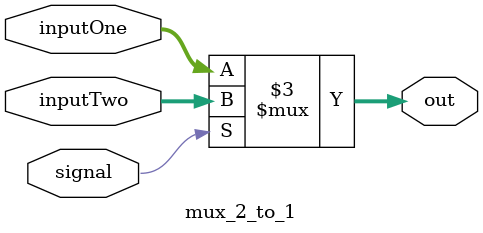
<source format=v>
module mux_2_to_1 (
input wire [31:0] inputOne, 
input wire [31:0] inputTwo, 
input wire signal, 
output reg [31:0] out
);

always@(*)begin
			if (signal) begin
				out[31:0] <= inputTwo[31:0];
				
			end
			else begin
				out[31:0] <= inputOne[31:0];
			end
			
	end
	
endmodule

</source>
